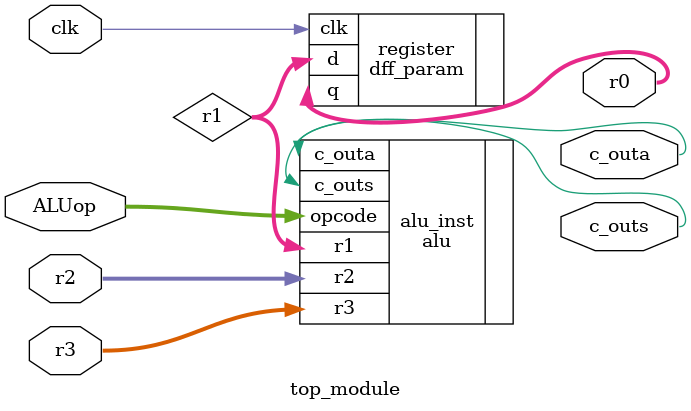
<source format=v>
`timescale 1ns / 1ps


module top_module (c_outa, c_outs, r0, r2, r3, ALUop, clk);

parameter N = 32;

output c_outa, c_outs;
output signed [N-1:0] r0;
input signed [N-1:0] r2,r3;
input [2:0] ALUop;
input clk;

wire [N-1:0] r1;

alu #(.N(N)) alu_inst (.r1(r1), .c_outa(c_outa), .c_outs(c_outs), .r2(r2), .r3(r3), .opcode(ALUop));
dff_param #(.N(N)) register (.q(r0), .d(r1), .clk(clk));

endmodule

</source>
